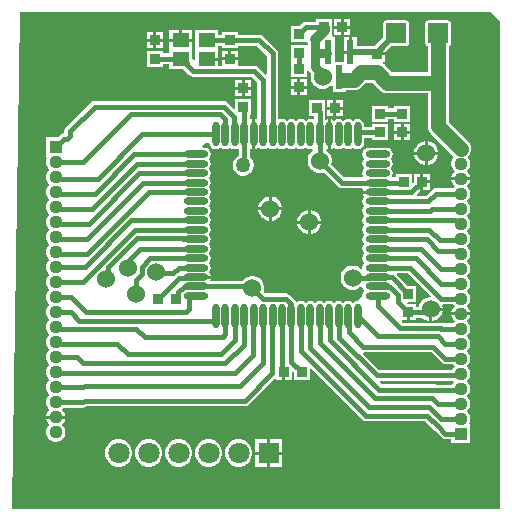
<source format=gtl>
G04*
G04 #@! TF.GenerationSoftware,Altium Limited,Altium Designer,24.2.2 (26)*
G04*
G04 Layer_Physical_Order=1*
G04 Layer_Color=255*
%FSLAX44Y44*%
%MOMM*%
G71*
G04*
G04 #@! TF.SameCoordinates,DD90BFA2-8126-46E7-AA9B-D1BD1CD96E7C*
G04*
G04*
G04 #@! TF.FilePolarity,Positive*
G04*
G01*
G75*
%ADD15R,0.8500X0.8500*%
%ADD16O,2.0500X0.6000*%
%ADD17O,0.6000X2.0500*%
%ADD18R,0.6000X2.1000*%
%ADD19R,1.4000X1.1500*%
%ADD20R,0.8500X0.8500*%
%ADD21C,0.7620*%
%ADD29C,1.1200*%
%ADD30R,1.1200X1.1200*%
%ADD35C,0.4064*%
%ADD36C,1.2700*%
%ADD37C,0.3810*%
%ADD38C,0.7620*%
%ADD39C,0.8890*%
%ADD40C,0.5080*%
%ADD41R,1.6510X1.6510*%
%ADD42C,1.8000*%
%ADD43R,1.8000X1.8000*%
%ADD44C,1.5240*%
%ADD45C,1.2700*%
G36*
X1149350Y1075690D02*
Y662940D01*
X737505D01*
X736614Y663845D01*
X742950Y1083310D01*
X1141730D01*
X1149350Y1075690D01*
D02*
G37*
%LPC*%
G36*
X1022920Y1077400D02*
X1017400D01*
Y1071880D01*
X1022920D01*
Y1077400D01*
D02*
G37*
G36*
X1014860D02*
X1009340D01*
Y1071880D01*
X1014860D01*
Y1077400D01*
D02*
G37*
G36*
X1022920Y1069340D02*
X1017400D01*
Y1063820D01*
X1022920D01*
Y1069340D01*
D02*
G37*
G36*
X1014860D02*
X1009340D01*
Y1063820D01*
X1014860D01*
Y1069340D01*
D02*
G37*
G36*
X888810Y1067850D02*
X880540D01*
Y1060830D01*
X888810D01*
Y1067850D01*
D02*
G37*
G36*
X878000D02*
X869730D01*
Y1060830D01*
X878000D01*
Y1067850D01*
D02*
G37*
G36*
X864040Y1066100D02*
X858520D01*
Y1060580D01*
X864040D01*
Y1066100D01*
D02*
G37*
G36*
X855980D02*
X850460D01*
Y1060580D01*
X855980D01*
Y1066100D01*
D02*
G37*
G36*
X864040Y1058040D02*
X858520D01*
Y1052520D01*
X864040D01*
Y1058040D01*
D02*
G37*
G36*
X855980D02*
X850460D01*
Y1052520D01*
X855980D01*
Y1058040D01*
D02*
G37*
G36*
X1021690Y1062400D02*
X1017420D01*
Y1050630D01*
X1021690D01*
Y1062400D01*
D02*
G37*
G36*
X910810Y1067850D02*
X891730D01*
Y1051270D01*
Y1043692D01*
X890598Y1043117D01*
X888810Y1044422D01*
Y1051270D01*
Y1058290D01*
X869730D01*
Y1051270D01*
Y1048342D01*
X864040D01*
Y1050600D01*
X850460D01*
Y1037020D01*
X864040D01*
Y1039278D01*
X869730D01*
Y1035270D01*
X880968D01*
X886296Y1029942D01*
X887808Y1028931D01*
X889592Y1028576D01*
X939681D01*
X943978Y1024280D01*
Y993311D01*
X942708Y992531D01*
X942280Y992616D01*
Y979970D01*
Y967324D01*
X943172Y967501D01*
X943956Y968026D01*
X945010Y968722D01*
X946064Y968026D01*
X946848Y967501D01*
X949010Y967072D01*
X951172Y967501D01*
X953004Y968726D01*
X953016D01*
X954848Y967501D01*
X957010Y967072D01*
X959172Y967501D01*
X961004Y968726D01*
X961016D01*
X962848Y967501D01*
X965010Y967072D01*
X967172Y967501D01*
X967956Y968026D01*
X969010Y968722D01*
X970064Y968026D01*
X970848Y967501D01*
X973010Y967072D01*
X975172Y967501D01*
X977004Y968726D01*
X977016D01*
X978848Y967501D01*
X981010Y967072D01*
X983172Y967501D01*
X985004Y968726D01*
X985016D01*
X986848Y967501D01*
X989010Y967072D01*
X990161Y967300D01*
X991448Y966275D01*
X991450Y966136D01*
X990712Y965710D01*
X988820Y963818D01*
X987482Y961502D01*
X986790Y958918D01*
Y956242D01*
X987482Y953658D01*
X988820Y951342D01*
X990712Y949450D01*
X993028Y948112D01*
X995612Y947420D01*
X998288D01*
X1000191Y947930D01*
X1012355Y935765D01*
X1012355Y935765D01*
X1013826Y934783D01*
X1015560Y934438D01*
X1015560Y934438D01*
X1033067D01*
X1033666Y933318D01*
X1033541Y933132D01*
X1033364Y932240D01*
X1046010D01*
Y929700D01*
X1033364D01*
X1033541Y928808D01*
X1034766Y926976D01*
Y926964D01*
X1033541Y925132D01*
X1033111Y922970D01*
X1033541Y920808D01*
X1034766Y918976D01*
Y918964D01*
X1033541Y917132D01*
X1033111Y914970D01*
X1033541Y912808D01*
X1034766Y910976D01*
Y910964D01*
X1033541Y909132D01*
X1033111Y906970D01*
X1033541Y904808D01*
X1034766Y902976D01*
Y902964D01*
X1033541Y901132D01*
X1033111Y898970D01*
X1033541Y896808D01*
X1034766Y894976D01*
Y894964D01*
X1033541Y893132D01*
X1033111Y890970D01*
X1033541Y888808D01*
X1034766Y886976D01*
Y886964D01*
X1033541Y885132D01*
X1033111Y882970D01*
X1033541Y880808D01*
X1034766Y878976D01*
Y878964D01*
X1033541Y877132D01*
X1033111Y874970D01*
X1033541Y872808D01*
X1034766Y870976D01*
Y870964D01*
X1033541Y869132D01*
X1033111Y866970D01*
X1033237Y866337D01*
X1032067Y865712D01*
X1031128Y866650D01*
X1028812Y867988D01*
X1026228Y868680D01*
X1023552D01*
X1020968Y867988D01*
X1018652Y866650D01*
X1016760Y864758D01*
X1015422Y862442D01*
X1014730Y859858D01*
Y857182D01*
X1015422Y854598D01*
X1016760Y852282D01*
X1018652Y850390D01*
X1020968Y849052D01*
X1023552Y848360D01*
X1026228D01*
X1028812Y849052D01*
X1031128Y850390D01*
X1031881Y851142D01*
X1032250Y851091D01*
X1033177Y850642D01*
X1033541Y848808D01*
X1034766Y846976D01*
Y846964D01*
X1033541Y845132D01*
X1033111Y842970D01*
X1029010Y838868D01*
X1026848Y838439D01*
X1025016Y837214D01*
X1025004D01*
X1023172Y838439D01*
X1021010Y838868D01*
X1018848Y838439D01*
X1017016Y837214D01*
X1017004D01*
X1015172Y838439D01*
X1013010Y838868D01*
X1010848Y838439D01*
X1009016Y837214D01*
X1009004D01*
X1007172Y838439D01*
X1005010Y838868D01*
X1002848Y838439D01*
X1001016Y837214D01*
X1001004D01*
X999172Y838439D01*
X997010Y838868D01*
X994848Y838439D01*
X993016Y837214D01*
X993004D01*
X991172Y838439D01*
X989010Y838868D01*
X986848Y838439D01*
X985016Y837214D01*
X985004D01*
X983172Y838439D01*
X981010Y838868D01*
X978848Y838439D01*
X977974Y837854D01*
X976642Y838038D01*
X976486Y838271D01*
X975660Y839509D01*
X975660Y839509D01*
X971299Y843870D01*
X969828Y844852D01*
X968094Y845197D01*
X950642D01*
X949450Y846389D01*
X949960Y848292D01*
Y850968D01*
X949268Y853552D01*
X947930Y855868D01*
X946038Y857760D01*
X943722Y859098D01*
X941138Y859790D01*
X938462D01*
X935878Y859098D01*
X933562Y857760D01*
X931670Y855868D01*
X931459Y855502D01*
X904953D01*
X904354Y856622D01*
X904479Y856808D01*
X904656Y857700D01*
X892010D01*
Y860240D01*
X904656D01*
X904479Y861132D01*
X903254Y862964D01*
Y862976D01*
X904479Y864808D01*
X904909Y866970D01*
X904479Y869132D01*
X903254Y870964D01*
Y870976D01*
X904479Y872808D01*
X904909Y874970D01*
X904479Y877132D01*
X903254Y878964D01*
Y878976D01*
X904479Y880808D01*
X904909Y882970D01*
X904479Y885132D01*
X903254Y886964D01*
Y886976D01*
X904479Y888808D01*
X904909Y890970D01*
X904479Y893132D01*
X903254Y894964D01*
Y894976D01*
X904479Y896808D01*
X904909Y898970D01*
X904479Y901132D01*
X903254Y902964D01*
Y902976D01*
X904479Y904808D01*
X904909Y906970D01*
X904479Y909132D01*
X903254Y910964D01*
Y910976D01*
X904479Y912808D01*
X904909Y914970D01*
X904479Y917132D01*
X903254Y918964D01*
Y918976D01*
X904479Y920808D01*
X904909Y922970D01*
X904479Y925132D01*
X903254Y926964D01*
Y926976D01*
X904479Y928808D01*
X904909Y930970D01*
X904479Y933132D01*
X903254Y934964D01*
Y934976D01*
X904479Y936808D01*
X904909Y938970D01*
X904479Y941132D01*
X903254Y942964D01*
Y942976D01*
X904479Y944808D01*
X904909Y946970D01*
X904479Y949132D01*
X903254Y950964D01*
Y950976D01*
X904479Y952808D01*
X904909Y954970D01*
X904479Y957132D01*
X903254Y958964D01*
Y958976D01*
X904479Y960808D01*
X904909Y962970D01*
X904479Y965132D01*
X903254Y966964D01*
X901422Y968189D01*
X899260Y968618D01*
X897888D01*
X897402Y969792D01*
X900430Y972820D01*
X903362D01*
Y972720D01*
X903791Y970558D01*
X905016Y968726D01*
X906848Y967501D01*
X909010Y967072D01*
X911172Y967501D01*
X913004Y968726D01*
X913016D01*
X914848Y967501D01*
X917010Y967072D01*
X919172Y967501D01*
X921004Y968726D01*
X921016D01*
X922848Y967501D01*
X925010Y967072D01*
X927172Y967501D01*
X927358Y967626D01*
X928478Y967027D01*
Y961898D01*
X926721Y960884D01*
X925066Y959229D01*
X923896Y957201D01*
X923290Y954940D01*
Y952600D01*
X923896Y950339D01*
X925066Y948311D01*
X926721Y946656D01*
X928749Y945486D01*
X931010Y944880D01*
X933350D01*
X935611Y945486D01*
X937639Y946656D01*
X939294Y948311D01*
X940464Y950339D01*
X941070Y952600D01*
Y954940D01*
X940464Y957201D01*
X939294Y959229D01*
X937639Y960884D01*
X937542Y960939D01*
Y967027D01*
X938662Y967626D01*
X938848Y967501D01*
X939740Y967324D01*
Y979970D01*
Y992616D01*
X938848Y992439D01*
X938662Y992314D01*
X937542Y992913D01*
Y996380D01*
X938970D01*
Y1009960D01*
X925390D01*
Y1001832D01*
X924217Y1001346D01*
X918966Y1006596D01*
X917454Y1007607D01*
X915670Y1007962D01*
X806360D01*
X804576Y1007607D01*
X803064Y1006596D01*
X782071Y985604D01*
X781061Y984091D01*
X780706Y982308D01*
Y980688D01*
X780447D01*
X778663Y980333D01*
X777150Y979323D01*
X774977Y977150D01*
X765290D01*
Y960870D01*
X765394D01*
X766029Y959770D01*
X765845Y959452D01*
X765290Y957382D01*
Y955238D01*
X765845Y953168D01*
X766916Y951312D01*
X768268Y949960D01*
X766916Y948608D01*
X765845Y946752D01*
X765290Y944682D01*
Y942538D01*
X765845Y940468D01*
X766916Y938612D01*
X768268Y937260D01*
X766916Y935908D01*
X765845Y934052D01*
X765290Y931982D01*
Y929838D01*
X765845Y927768D01*
X766916Y925912D01*
X768268Y924560D01*
X766916Y923208D01*
X765845Y921352D01*
X765290Y919282D01*
Y917138D01*
X765845Y915068D01*
X766916Y913212D01*
X768268Y911860D01*
X766916Y910508D01*
X765845Y908652D01*
X765290Y906582D01*
Y904438D01*
X765845Y902368D01*
X766916Y900512D01*
X768268Y899160D01*
X766916Y897808D01*
X765845Y895952D01*
X765290Y893882D01*
Y891738D01*
X765845Y889668D01*
X766916Y887812D01*
X768268Y886460D01*
X766916Y885108D01*
X765845Y883252D01*
X765290Y881182D01*
Y879038D01*
X765845Y876968D01*
X766916Y875112D01*
X768268Y873760D01*
X766916Y872408D01*
X765845Y870552D01*
X765290Y868482D01*
Y866338D01*
X765845Y864268D01*
X766916Y862412D01*
X768268Y861060D01*
X766916Y859708D01*
X765845Y857852D01*
X765290Y855782D01*
Y853638D01*
X765845Y851568D01*
X766916Y849712D01*
X768268Y848360D01*
X766916Y847008D01*
X765845Y845152D01*
X765290Y843082D01*
Y840938D01*
X765845Y838868D01*
X766916Y837012D01*
X768268Y835660D01*
X766916Y834308D01*
X765845Y832452D01*
X765290Y830382D01*
Y828238D01*
X765845Y826168D01*
X766916Y824312D01*
X768268Y822960D01*
X766916Y821608D01*
X765845Y819752D01*
X765290Y817682D01*
Y815538D01*
X765845Y813468D01*
X766916Y811612D01*
X768268Y810260D01*
X766916Y808908D01*
X765845Y807052D01*
X765290Y804982D01*
Y802838D01*
X765845Y800768D01*
X766916Y798912D01*
X768268Y797560D01*
X766916Y796208D01*
X765845Y794352D01*
X765290Y792282D01*
Y790138D01*
X765845Y788068D01*
X766916Y786212D01*
X768268Y784860D01*
X766916Y783508D01*
X765845Y781652D01*
X765290Y779582D01*
Y777438D01*
X765845Y775368D01*
X766916Y773512D01*
X768268Y772160D01*
X766916Y770808D01*
X765845Y768952D01*
X765290Y766882D01*
Y764738D01*
X765845Y762668D01*
X766916Y760812D01*
X768268Y759460D01*
X766916Y758108D01*
X765845Y756252D01*
X765290Y754182D01*
Y752038D01*
X765845Y749968D01*
X766916Y748112D01*
X768268Y746760D01*
X766916Y745408D01*
X765845Y743552D01*
X765343Y741680D01*
X773430D01*
X781517D01*
X781015Y743552D01*
X779944Y745408D01*
X778592Y746760D01*
X779944Y748112D01*
X780138Y748448D01*
X796609D01*
X798393Y748803D01*
X799763Y749718D01*
X933450D01*
X935234Y750073D01*
X936746Y751084D01*
X958377Y772714D01*
X959550Y772228D01*
Y771720D01*
X965070D01*
Y778510D01*
X967610D01*
Y771720D01*
X973130D01*
Y778759D01*
X974342Y779293D01*
X975050Y778725D01*
Y771720D01*
X988630D01*
Y781118D01*
X989803Y781604D01*
X1033024Y738384D01*
X1034536Y737373D01*
X1036320Y737018D01*
X1085864D01*
X1093643Y729240D01*
X1094725Y728516D01*
X1100098Y723144D01*
X1101610Y722133D01*
X1103394Y721778D01*
X1108190D01*
Y718300D01*
X1124470D01*
Y734580D01*
X1124367D01*
X1123732Y735680D01*
X1123915Y735998D01*
X1124470Y738068D01*
Y740212D01*
X1123915Y742282D01*
X1122844Y744138D01*
X1121492Y745490D01*
X1122844Y746842D01*
X1123915Y748698D01*
X1124470Y750768D01*
Y752912D01*
X1123915Y754982D01*
X1122844Y756838D01*
X1121492Y758190D01*
X1122844Y759542D01*
X1123915Y761398D01*
X1124470Y763468D01*
Y765612D01*
X1123915Y767682D01*
X1122844Y769538D01*
X1121492Y770890D01*
X1122844Y772242D01*
X1123915Y774098D01*
X1124470Y776168D01*
Y778312D01*
X1123915Y780382D01*
X1122844Y782238D01*
X1121492Y783590D01*
X1122844Y784942D01*
X1123915Y786798D01*
X1124470Y788868D01*
Y791012D01*
X1123915Y793082D01*
X1122844Y794938D01*
X1121492Y796290D01*
X1122844Y797642D01*
X1123915Y799498D01*
X1124470Y801568D01*
Y803712D01*
X1123915Y805782D01*
X1122844Y807638D01*
X1121492Y808990D01*
X1122844Y810342D01*
X1123915Y812198D01*
X1124470Y814268D01*
Y816412D01*
X1123915Y818482D01*
X1122844Y820338D01*
X1121492Y821690D01*
X1122844Y823042D01*
X1123915Y824898D01*
X1124417Y826770D01*
X1116330D01*
X1108243D01*
X1108745Y824898D01*
X1109816Y823042D01*
X1111168Y821690D01*
X1109816Y820338D01*
X1109622Y820002D01*
X1101057D01*
X1099780Y820256D01*
X1067207D01*
X1066342Y821120D01*
X1066869Y822390D01*
X1070610D01*
Y829180D01*
X1073150D01*
Y822390D01*
X1078670D01*
Y824518D01*
X1083893D01*
X1084692Y823720D01*
X1087008Y822382D01*
X1089592Y821690D01*
X1089660D01*
Y831850D01*
X1090930D01*
Y833120D01*
X1101090D01*
Y833188D01*
X1100656Y834808D01*
X1101630Y836078D01*
X1109622D01*
X1109816Y835742D01*
X1111168Y834390D01*
X1109816Y833038D01*
X1108745Y831182D01*
X1108243Y829310D01*
X1116330D01*
X1124417D01*
X1123915Y831182D01*
X1122844Y833038D01*
X1121492Y834390D01*
X1122844Y835742D01*
X1123915Y837598D01*
X1124470Y839668D01*
Y841812D01*
X1123915Y843882D01*
X1122844Y845738D01*
X1121492Y847090D01*
X1122844Y848442D01*
X1123915Y850298D01*
X1124470Y852368D01*
Y854512D01*
X1123915Y856582D01*
X1122844Y858438D01*
X1121492Y859790D01*
X1122844Y861142D01*
X1123915Y862998D01*
X1124470Y865068D01*
Y867212D01*
X1123915Y869282D01*
X1122844Y871138D01*
X1121492Y872490D01*
X1122844Y873842D01*
X1123915Y875698D01*
X1124470Y877768D01*
Y879912D01*
X1123915Y881982D01*
X1122844Y883838D01*
X1121492Y885190D01*
X1122844Y886542D01*
X1123915Y888398D01*
X1124470Y890468D01*
Y892612D01*
X1123915Y894682D01*
X1122844Y896538D01*
X1121492Y897890D01*
X1122844Y899242D01*
X1123915Y901098D01*
X1124470Y903168D01*
Y905312D01*
X1123915Y907382D01*
X1122844Y909238D01*
X1121492Y910590D01*
X1122844Y911942D01*
X1123915Y913798D01*
X1124470Y915868D01*
Y918012D01*
X1123915Y920082D01*
X1122844Y921938D01*
X1121492Y923290D01*
X1122844Y924642D01*
X1123915Y926498D01*
X1124470Y928568D01*
Y930712D01*
X1123915Y932782D01*
X1122844Y934638D01*
X1121492Y935990D01*
X1122844Y937342D01*
X1123915Y939198D01*
X1124417Y941070D01*
X1116330D01*
X1108243D01*
X1108745Y939198D01*
X1109816Y937342D01*
X1111168Y935990D01*
X1109816Y934638D01*
X1109622Y934302D01*
X1095726D01*
X1093942Y933947D01*
X1092430Y932936D01*
X1087125Y927632D01*
X1079477D01*
X1078951Y928902D01*
X1082170Y932121D01*
Y939800D01*
Y946590D01*
X1076650D01*
Y939585D01*
X1075941Y939017D01*
X1074730Y939551D01*
Y946590D01*
X1061150D01*
Y943502D01*
X1058953D01*
X1058354Y944622D01*
X1058479Y944808D01*
X1058908Y946970D01*
X1058479Y949132D01*
X1057254Y950964D01*
Y950976D01*
X1058479Y952808D01*
X1058908Y954970D01*
X1058479Y957132D01*
X1057254Y958964D01*
Y958976D01*
X1058479Y960808D01*
X1058908Y962970D01*
X1058479Y965132D01*
X1057254Y966964D01*
X1055422Y968189D01*
X1053260Y968618D01*
X1038760D01*
X1036598Y968189D01*
X1034766Y966964D01*
X1033541Y965132D01*
X1033111Y962970D01*
X1033541Y960808D01*
X1034766Y958976D01*
Y958964D01*
X1033541Y957132D01*
X1033111Y954970D01*
X1033541Y952808D01*
X1034766Y950976D01*
Y950964D01*
X1033541Y949132D01*
X1033111Y946970D01*
X1033541Y944808D01*
X1033666Y944622D01*
X1033067Y943502D01*
X1017437D01*
X1006600Y954339D01*
X1007110Y956242D01*
Y958918D01*
X1006418Y961502D01*
X1005080Y963818D01*
X1003188Y965710D01*
X1002507Y966103D01*
X1002511Y966316D01*
X1003740Y967268D01*
Y979970D01*
Y992616D01*
X1002848Y992439D01*
X1002662Y992314D01*
X1001542Y992913D01*
Y998290D01*
X1001197Y1000024D01*
X1001070Y1000215D01*
Y1008820D01*
X987490D01*
Y995240D01*
X992478D01*
Y992913D01*
X991358Y992314D01*
X991172Y992439D01*
X989010Y992868D01*
X986848Y992439D01*
X985016Y991214D01*
X985004D01*
X983172Y992439D01*
X981010Y992868D01*
X978848Y992439D01*
X977016Y991214D01*
X977004D01*
X975172Y992439D01*
X973010Y992868D01*
X970848Y992439D01*
X970064Y991914D01*
X969010Y991218D01*
X967956Y991914D01*
X967172Y992439D01*
X965010Y992868D01*
X962942Y992457D01*
X962652Y992475D01*
X961672Y992999D01*
Y1048320D01*
X961317Y1050104D01*
X960306Y1051616D01*
X949066Y1062856D01*
X947554Y1063867D01*
X945770Y1064222D01*
X927540D01*
Y1066100D01*
X913960D01*
Y1064222D01*
X910810D01*
Y1067850D01*
D02*
G37*
G36*
X985960Y1026470D02*
X980440D01*
Y1020950D01*
X985960D01*
Y1026470D01*
D02*
G37*
G36*
X977900D02*
X972380D01*
Y1020950D01*
X977900D01*
Y1026470D01*
D02*
G37*
G36*
X938970Y1025460D02*
X933450D01*
Y1019940D01*
X938970D01*
Y1025460D01*
D02*
G37*
G36*
X930910D02*
X925390D01*
Y1019940D01*
X930910D01*
Y1025460D01*
D02*
G37*
G36*
X985960Y1018410D02*
X980440D01*
Y1012890D01*
X985960D01*
Y1018410D01*
D02*
G37*
G36*
X977900D02*
X972380D01*
Y1012890D01*
X977900D01*
Y1018410D01*
D02*
G37*
G36*
X938970Y1017400D02*
X933450D01*
Y1011880D01*
X938970D01*
Y1017400D01*
D02*
G37*
G36*
X930910D02*
X925390D01*
Y1011880D01*
X930910D01*
Y1017400D01*
D02*
G37*
G36*
X1016570Y1008820D02*
X1011050D01*
Y1003300D01*
X1016570D01*
Y1008820D01*
D02*
G37*
G36*
X1008510D02*
X1002990D01*
Y1003300D01*
X1008510D01*
Y1008820D01*
D02*
G37*
G36*
X1016570Y1000760D02*
X1011050D01*
Y995240D01*
X1016570D01*
Y1000760D01*
D02*
G37*
G36*
X1008510D02*
X1002990D01*
Y995240D01*
X1008510D01*
Y1000760D01*
D02*
G37*
G36*
X1029010Y992868D02*
X1026848Y992439D01*
X1025016Y991214D01*
X1025004D01*
X1023172Y992439D01*
X1021010Y992868D01*
X1018848Y992439D01*
X1018064Y991914D01*
X1017010Y991218D01*
X1015956Y991914D01*
X1015172Y992439D01*
X1013010Y992868D01*
X1010848Y992439D01*
X1009016Y991214D01*
X1009004D01*
X1007172Y992439D01*
X1006280Y992616D01*
Y979970D01*
Y967324D01*
X1007172Y967501D01*
X1009004Y968726D01*
X1009016D01*
X1010848Y967501D01*
X1013010Y967072D01*
X1015172Y967501D01*
X1015956Y968026D01*
X1017010Y968722D01*
X1018064Y968026D01*
X1018848Y967501D01*
X1021010Y967072D01*
X1023172Y967501D01*
X1025004Y968726D01*
X1025016D01*
X1026848Y967501D01*
X1029010Y967072D01*
X1031172Y967501D01*
X1033004Y968726D01*
X1034229Y970558D01*
X1034659Y972720D01*
Y976918D01*
X1040960D01*
Y974790D01*
X1054540D01*
Y988370D01*
X1040960D01*
Y986242D01*
X1034659D01*
Y987220D01*
X1034229Y989382D01*
X1033004Y991214D01*
X1031172Y992439D01*
X1029010Y992868D01*
D02*
G37*
G36*
X1054540Y1003870D02*
X1040960D01*
Y990290D01*
X1054540D01*
Y992418D01*
X1060010D01*
Y990160D01*
X1073590D01*
Y1003740D01*
X1060010D01*
Y1001742D01*
X1054540D01*
Y1003870D01*
D02*
G37*
G36*
X1073590Y988240D02*
X1068070D01*
Y982720D01*
X1073590D01*
Y988240D01*
D02*
G37*
G36*
X1065530D02*
X1060010D01*
Y982720D01*
X1065530D01*
Y988240D01*
D02*
G37*
G36*
X1073590Y980180D02*
X1068070D01*
Y974660D01*
X1073590D01*
Y980180D01*
D02*
G37*
G36*
X1065530D02*
X1060010D01*
Y974660D01*
X1065530D01*
Y980180D01*
D02*
G37*
G36*
X1088458Y974090D02*
X1088390D01*
Y965200D01*
X1097280D01*
Y965268D01*
X1096588Y967852D01*
X1095250Y970168D01*
X1093358Y972060D01*
X1091042Y973398D01*
X1088458Y974090D01*
D02*
G37*
G36*
X1085850D02*
X1085782D01*
X1083198Y973398D01*
X1080882Y972060D01*
X1078990Y970168D01*
X1077652Y967852D01*
X1076960Y965268D01*
Y965200D01*
X1085850D01*
Y974090D01*
D02*
G37*
G36*
X1097280Y962660D02*
X1088390D01*
Y953770D01*
X1088458D01*
X1091042Y954462D01*
X1093358Y955800D01*
X1095250Y957692D01*
X1096588Y960008D01*
X1097280Y962592D01*
Y962660D01*
D02*
G37*
G36*
X1085850D02*
X1076960D01*
Y962592D01*
X1077652Y960008D01*
X1078990Y957692D01*
X1080882Y955800D01*
X1083198Y954462D01*
X1085782Y953770D01*
X1085850D01*
Y962660D01*
D02*
G37*
G36*
X1000630Y1077655D02*
X998807Y1077415D01*
X998770Y1077400D01*
X993840D01*
Y1075142D01*
X985390D01*
X983656Y1074797D01*
X982185Y1073815D01*
X982185Y1073815D01*
X979551Y1071180D01*
X972380D01*
Y1057600D01*
X985960D01*
X986653Y1056640D01*
X985960Y1055680D01*
X985396Y1055680D01*
X972380D01*
Y1042100D01*
X972380D01*
Y1041970D01*
X972380D01*
Y1028390D01*
X985960D01*
Y1033579D01*
X986166Y1033722D01*
X987892Y1033399D01*
X988562Y1032396D01*
X989666Y1031292D01*
X989330Y1030038D01*
Y1027362D01*
X990022Y1024778D01*
X991360Y1022462D01*
X993252Y1020570D01*
X995568Y1019232D01*
X998152Y1018540D01*
X1000828D01*
X1003412Y1019232D01*
X1005728Y1020570D01*
X1006650Y1021492D01*
X1007920Y1020965D01*
Y1015320D01*
X1019000D01*
Y1017193D01*
X1025832D01*
X1028153Y1017499D01*
X1030316Y1018395D01*
X1032173Y1019820D01*
X1035767Y1023413D01*
X1041496D01*
X1047630Y1017280D01*
X1049487Y1015855D01*
X1051649Y1014959D01*
X1053970Y1014653D01*
X1088313D01*
Y986790D01*
X1088619Y984469D01*
X1089515Y982307D01*
X1090940Y980450D01*
X1109990Y961400D01*
X1110063Y960284D01*
X1109816Y960038D01*
X1108745Y958182D01*
X1108190Y956112D01*
Y953968D01*
X1108745Y951898D01*
X1109816Y950042D01*
X1111168Y948690D01*
X1109816Y947338D01*
X1108745Y945482D01*
X1108243Y943610D01*
X1116330D01*
X1124417D01*
X1123915Y945482D01*
X1122844Y947338D01*
X1121492Y948690D01*
X1122844Y950042D01*
X1123915Y951898D01*
X1124470Y953968D01*
Y956112D01*
X1123915Y958182D01*
X1122844Y960038D01*
X1122597Y960284D01*
X1122670Y961400D01*
X1124095Y963257D01*
X1124991Y965419D01*
X1125297Y967740D01*
X1124991Y970061D01*
X1124095Y972223D01*
X1122670Y974080D01*
X1106247Y990504D01*
Y1023620D01*
Y1054827D01*
X1106526Y1054882D01*
X1107366Y1055444D01*
X1107928Y1056284D01*
X1108125Y1057275D01*
Y1073785D01*
X1107928Y1074776D01*
X1107366Y1075616D01*
X1106526Y1076178D01*
X1105535Y1076375D01*
X1089025D01*
X1088034Y1076178D01*
X1087194Y1075616D01*
X1086632Y1074776D01*
X1086435Y1073785D01*
Y1057275D01*
X1086632Y1056284D01*
X1087194Y1055444D01*
X1088034Y1054882D01*
X1088313Y1054827D01*
Y1032587D01*
X1057684D01*
X1052000Y1038271D01*
Y1039170D01*
X1051108D01*
X1050489Y1039845D01*
X1050949Y1041090D01*
X1052000D01*
Y1046610D01*
X1045210D01*
Y1049150D01*
X1052665D01*
X1058200Y1054685D01*
X1069975D01*
X1070966Y1054882D01*
X1071806Y1055444D01*
X1072368Y1056284D01*
X1072565Y1057275D01*
Y1073785D01*
X1072368Y1074776D01*
X1071806Y1075616D01*
X1070966Y1076178D01*
X1069975Y1076375D01*
X1053465D01*
X1052474Y1076178D01*
X1051634Y1075616D01*
X1051072Y1074776D01*
X1050875Y1073785D01*
Y1062010D01*
X1043535Y1054670D01*
X1038420D01*
Y1054539D01*
X1028500D01*
Y1062400D01*
X1024230D01*
Y1049360D01*
X1022960D01*
Y1048090D01*
X1017420D01*
Y1041400D01*
X1009500D01*
Y1047273D01*
X1009786Y1048712D01*
X1009500Y1050151D01*
Y1062400D01*
X1008081D01*
X1007336Y1063670D01*
X1007420Y1063820D01*
X1007420D01*
Y1066080D01*
X1007435Y1066117D01*
X1007675Y1067940D01*
Y1070610D01*
X1007435Y1072433D01*
X1007420Y1072470D01*
Y1077400D01*
X1002490D01*
X1002453Y1077415D01*
X1000630Y1077655D01*
D02*
G37*
G36*
X1090230Y946590D02*
X1084710D01*
Y941070D01*
X1090230D01*
Y946590D01*
D02*
G37*
G36*
Y938530D02*
X1084710D01*
Y933010D01*
X1090230D01*
Y938530D01*
D02*
G37*
G36*
X956378Y927100D02*
X956310D01*
Y918210D01*
X965200D01*
Y918278D01*
X964508Y920862D01*
X963170Y923178D01*
X961278Y925070D01*
X958962Y926408D01*
X956378Y927100D01*
D02*
G37*
G36*
X953770D02*
X953702D01*
X951118Y926408D01*
X948802Y925070D01*
X946910Y923178D01*
X945572Y920862D01*
X944880Y918278D01*
Y918210D01*
X953770D01*
Y927100D01*
D02*
G37*
G36*
X989398Y915670D02*
X989330D01*
Y906780D01*
X998220D01*
Y906848D01*
X997528Y909432D01*
X996190Y911748D01*
X994298Y913640D01*
X991982Y914978D01*
X989398Y915670D01*
D02*
G37*
G36*
X986790D02*
X986722D01*
X984138Y914978D01*
X981822Y913640D01*
X979930Y911748D01*
X978592Y909432D01*
X977900Y906848D01*
Y906780D01*
X986790D01*
Y915670D01*
D02*
G37*
G36*
X965200D02*
X956310D01*
Y906780D01*
X956378D01*
X958962Y907472D01*
X961278Y908810D01*
X963170Y910702D01*
X964508Y913018D01*
X965200Y915602D01*
Y915670D01*
D02*
G37*
G36*
X953770D02*
X944880D01*
Y915602D01*
X945572Y913018D01*
X946910Y910702D01*
X948802Y908810D01*
X951118Y907472D01*
X953702Y906780D01*
X953770D01*
Y915670D01*
D02*
G37*
G36*
X998220Y904240D02*
X989330D01*
Y895350D01*
X989398D01*
X991982Y896042D01*
X994298Y897380D01*
X996190Y899272D01*
X997528Y901588D01*
X998220Y904172D01*
Y904240D01*
D02*
G37*
G36*
X986790D02*
X977900D01*
Y904172D01*
X978592Y901588D01*
X979930Y899272D01*
X981822Y897380D01*
X984138Y896042D01*
X986722Y895350D01*
X986790D01*
Y904240D01*
D02*
G37*
G36*
X1101090Y830580D02*
X1092200D01*
Y821690D01*
X1092268D01*
X1094852Y822382D01*
X1097168Y823720D01*
X1099060Y825612D01*
X1100398Y827928D01*
X1101090Y830512D01*
Y830580D01*
D02*
G37*
G36*
X781517Y739140D02*
X773430D01*
X765343D01*
X765845Y737268D01*
X766916Y735412D01*
X768268Y734060D01*
X766916Y732708D01*
X765845Y730852D01*
X765290Y728782D01*
Y726638D01*
X765845Y724568D01*
X766916Y722712D01*
X768432Y721196D01*
X770288Y720125D01*
X772358Y719570D01*
X774502D01*
X776572Y720125D01*
X778428Y721196D01*
X779944Y722712D01*
X781015Y724568D01*
X781570Y726638D01*
Y728782D01*
X781015Y730852D01*
X779944Y732708D01*
X778592Y734060D01*
X779944Y735412D01*
X781015Y737268D01*
X781517Y739140D01*
D02*
G37*
G36*
X965310Y721470D02*
X955040D01*
Y711200D01*
X965310D01*
Y721470D01*
D02*
G37*
G36*
X952500D02*
X942230D01*
Y711200D01*
X952500D01*
Y721470D01*
D02*
G37*
G36*
X965310Y708660D02*
X955040D01*
Y698390D01*
X965310D01*
Y708660D01*
D02*
G37*
G36*
X952500D02*
X942230D01*
Y698390D01*
X952500D01*
Y708660D01*
D02*
G37*
G36*
X929889Y721470D02*
X926851D01*
X923916Y720684D01*
X921284Y719164D01*
X919136Y717016D01*
X917617Y714384D01*
X916830Y711449D01*
Y708411D01*
X917617Y705476D01*
X919136Y702844D01*
X921284Y700696D01*
X923916Y699176D01*
X926851Y698390D01*
X929889D01*
X932824Y699176D01*
X935456Y700696D01*
X937604Y702844D01*
X939124Y705476D01*
X939910Y708411D01*
Y711449D01*
X939124Y714384D01*
X937604Y717016D01*
X935456Y719164D01*
X932824Y720684D01*
X929889Y721470D01*
D02*
G37*
G36*
X904489D02*
X901451D01*
X898516Y720684D01*
X895884Y719164D01*
X893736Y717016D01*
X892216Y714384D01*
X891430Y711449D01*
Y708411D01*
X892216Y705476D01*
X893736Y702844D01*
X895884Y700696D01*
X898516Y699176D01*
X901451Y698390D01*
X904489D01*
X907424Y699176D01*
X910056Y700696D01*
X912204Y702844D01*
X913724Y705476D01*
X914510Y708411D01*
Y711449D01*
X913724Y714384D01*
X912204Y717016D01*
X910056Y719164D01*
X907424Y720684D01*
X904489Y721470D01*
D02*
G37*
G36*
X879089D02*
X876051D01*
X873116Y720684D01*
X870484Y719164D01*
X868336Y717016D01*
X866816Y714384D01*
X866030Y711449D01*
Y708411D01*
X866816Y705476D01*
X868336Y702844D01*
X870484Y700696D01*
X873116Y699176D01*
X876051Y698390D01*
X879089D01*
X882024Y699176D01*
X884656Y700696D01*
X886804Y702844D01*
X888324Y705476D01*
X889110Y708411D01*
Y711449D01*
X888324Y714384D01*
X886804Y717016D01*
X884656Y719164D01*
X882024Y720684D01*
X879089Y721470D01*
D02*
G37*
G36*
X853689D02*
X850651D01*
X847716Y720684D01*
X845084Y719164D01*
X842936Y717016D01*
X841416Y714384D01*
X840630Y711449D01*
Y708411D01*
X841416Y705476D01*
X842936Y702844D01*
X845084Y700696D01*
X847716Y699176D01*
X850651Y698390D01*
X853689D01*
X856624Y699176D01*
X859256Y700696D01*
X861404Y702844D01*
X862924Y705476D01*
X863710Y708411D01*
Y711449D01*
X862924Y714384D01*
X861404Y717016D01*
X859256Y719164D01*
X856624Y720684D01*
X853689Y721470D01*
D02*
G37*
G36*
X828289D02*
X825251D01*
X822316Y720684D01*
X819684Y719164D01*
X817536Y717016D01*
X816016Y714384D01*
X815230Y711449D01*
Y708411D01*
X816016Y705476D01*
X817536Y702844D01*
X819684Y700696D01*
X822316Y699176D01*
X825251Y698390D01*
X828289D01*
X831224Y699176D01*
X833856Y700696D01*
X836004Y702844D01*
X837523Y705476D01*
X838310Y708411D01*
Y711449D01*
X837523Y714384D01*
X836004Y717016D01*
X833856Y719164D01*
X831224Y720684D01*
X828289Y721470D01*
D02*
G37*
%LPD*%
G36*
X952348Y1046389D02*
Y1030890D01*
X951078Y1030364D01*
X944908Y1036534D01*
X943396Y1037545D01*
X941612Y1037899D01*
X927540D01*
Y1042540D01*
X920750D01*
X913960D01*
Y1037899D01*
X910810D01*
Y1042290D01*
X901270D01*
Y1044830D01*
X910810D01*
Y1051270D01*
Y1054898D01*
X913960D01*
Y1052520D01*
X927540D01*
Y1054898D01*
X943839D01*
X952348Y1046389D01*
D02*
G37*
G36*
X1090784Y843183D02*
X1090298Y842010D01*
X1089592D01*
X1087008Y841318D01*
X1084692Y839980D01*
X1082800Y838088D01*
X1081462Y835772D01*
X1080945Y833842D01*
X1078670D01*
Y835970D01*
X1071849D01*
X1071281Y836678D01*
X1071814Y837890D01*
X1078670D01*
Y851470D01*
X1071682D01*
X1062114Y861038D01*
X1062640Y862308D01*
X1071659D01*
X1090784Y843183D01*
D02*
G37*
G36*
X1100098Y786644D02*
X1101610Y785633D01*
X1103394Y785278D01*
X1109622D01*
X1109816Y784942D01*
X1111168Y783590D01*
X1109816Y782238D01*
X1108889Y780632D01*
X1047141D01*
X1033572Y794201D01*
X1033633Y794563D01*
X1034130Y795438D01*
X1091303D01*
X1100098Y786644D01*
D02*
G37*
G36*
X1110317Y770038D02*
X1109816Y769538D01*
X1108889Y767932D01*
X1096094D01*
X1094817Y768186D01*
X1049427D01*
X1047477Y770135D01*
X1047963Y771308D01*
X1109791D01*
X1110317Y770038D01*
D02*
G37*
%LPC*%
G36*
X927540Y1050600D02*
X922020D01*
Y1045080D01*
X927540D01*
Y1050600D01*
D02*
G37*
G36*
X919480D02*
X913960D01*
Y1045080D01*
X919480D01*
Y1050600D01*
D02*
G37*
%LPD*%
D15*
X857250Y1043810D02*
D03*
Y1059310D02*
D03*
X1045210Y1047880D02*
D03*
Y1032380D02*
D03*
X1071880Y829180D02*
D03*
Y844680D02*
D03*
X979170Y1035180D02*
D03*
Y1019680D02*
D03*
X920750Y1043810D02*
D03*
Y1059310D02*
D03*
X979170Y1064390D02*
D03*
Y1048890D02*
D03*
X932180Y1018670D02*
D03*
Y1003170D02*
D03*
X1047750Y997080D02*
D03*
Y981580D02*
D03*
X1066800Y981450D02*
D03*
Y996950D02*
D03*
D16*
X892010Y962970D02*
D03*
Y954970D02*
D03*
Y946970D02*
D03*
Y938970D02*
D03*
Y930970D02*
D03*
Y922970D02*
D03*
Y914970D02*
D03*
Y906970D02*
D03*
Y898970D02*
D03*
Y890970D02*
D03*
Y882970D02*
D03*
Y874970D02*
D03*
Y866970D02*
D03*
Y858970D02*
D03*
Y850970D02*
D03*
Y842970D02*
D03*
X1046010D02*
D03*
Y850970D02*
D03*
Y858970D02*
D03*
Y866970D02*
D03*
Y874970D02*
D03*
Y882970D02*
D03*
Y890970D02*
D03*
Y898970D02*
D03*
Y906970D02*
D03*
Y914970D02*
D03*
Y922970D02*
D03*
Y930970D02*
D03*
Y938970D02*
D03*
Y946970D02*
D03*
Y954970D02*
D03*
Y962970D02*
D03*
D17*
X909010Y825970D02*
D03*
X917010D02*
D03*
X925010D02*
D03*
X933010D02*
D03*
X941010D02*
D03*
X949010D02*
D03*
X957010D02*
D03*
X965010D02*
D03*
X973010D02*
D03*
X981010D02*
D03*
X989010D02*
D03*
X997010D02*
D03*
X1005010D02*
D03*
X1013010D02*
D03*
X1021010D02*
D03*
X1029010D02*
D03*
Y979970D02*
D03*
X1021010D02*
D03*
X1013010D02*
D03*
X1005010D02*
D03*
X997010D02*
D03*
X989010D02*
D03*
X981010D02*
D03*
X973010D02*
D03*
X965010D02*
D03*
X957010D02*
D03*
X949010D02*
D03*
X941010D02*
D03*
X933010D02*
D03*
X925010D02*
D03*
X917010D02*
D03*
X909010D02*
D03*
D18*
X1022960Y1049360D02*
D03*
X1003960D02*
D03*
X1013460Y1028360D02*
D03*
D19*
X879270Y1043560D02*
D03*
X901270D02*
D03*
Y1059560D02*
D03*
X879270D02*
D03*
D20*
X1016130Y1070610D02*
D03*
X1000630D02*
D03*
X859660Y840740D02*
D03*
X875160D02*
D03*
X1083440Y939800D02*
D03*
X1067940D02*
D03*
X966340Y778510D02*
D03*
X981840D02*
D03*
X1009780Y1002030D02*
D03*
X994280D02*
D03*
D21*
X1097280Y1065530D02*
D03*
X1061720D02*
D03*
D29*
X773430Y727710D02*
D03*
Y740410D02*
D03*
Y753110D02*
D03*
Y765810D02*
D03*
Y778510D02*
D03*
Y791210D02*
D03*
Y803910D02*
D03*
Y816610D02*
D03*
Y829310D02*
D03*
Y842010D02*
D03*
Y854710D02*
D03*
Y867410D02*
D03*
Y880110D02*
D03*
Y892810D02*
D03*
Y905510D02*
D03*
Y918210D02*
D03*
Y930910D02*
D03*
Y943610D02*
D03*
Y956310D02*
D03*
X1116330Y739140D02*
D03*
Y751840D02*
D03*
Y764540D02*
D03*
Y777240D02*
D03*
Y789940D02*
D03*
Y802640D02*
D03*
Y815340D02*
D03*
Y828040D02*
D03*
Y840740D02*
D03*
Y853440D02*
D03*
Y866140D02*
D03*
Y878840D02*
D03*
Y891540D02*
D03*
Y904240D02*
D03*
Y916940D02*
D03*
Y929640D02*
D03*
Y942340D02*
D03*
Y955040D02*
D03*
Y967740D02*
D03*
D30*
X773430Y969010D02*
D03*
X1116330Y726440D02*
D03*
D35*
X924591Y989008D02*
Y994379D01*
Y989008D02*
X924640Y988959D01*
Y980340D02*
Y988959D01*
Y980340D02*
X925010Y979970D01*
X915670Y1003300D02*
X924591Y994379D01*
X806360Y1003300D02*
X915670D01*
X785367Y982308D02*
X806360Y1003300D01*
X785367Y978407D02*
Y982308D01*
X782987Y976027D02*
X785367Y978407D01*
X780447Y976027D02*
X782987D01*
X773430Y969010D02*
X780447Y976027D01*
X916591Y989008D02*
Y993040D01*
Y989008D02*
X916640Y988959D01*
Y980340D02*
X917010Y979970D01*
X916640Y980340D02*
Y988959D01*
X912934Y996696D02*
X916591Y993040D01*
X837262Y996696D02*
X912934D01*
X796876Y956310D02*
X837262Y996696D01*
X773430Y956310D02*
X796876D01*
X846620Y979970D02*
X909010D01*
X808990Y942340D02*
X846620Y979970D01*
X774700Y942340D02*
X808990D01*
X773430Y943610D02*
X774700Y942340D01*
X839780Y962970D02*
X892010D01*
X806450Y929640D02*
X839780Y962970D01*
X774700Y929640D02*
X806450D01*
X773430Y930910D02*
X774700Y929640D01*
X891940Y955040D02*
X892010Y954970D01*
X842010Y955040D02*
X891940D01*
X803910Y916940D02*
X842010Y955040D01*
X774700Y916940D02*
X803910D01*
X773430Y918210D02*
X774700Y916940D01*
X844100Y946970D02*
X892010D01*
X801370Y904240D02*
X844100Y946970D01*
X774700Y904240D02*
X801370D01*
X773430Y905510D02*
X774700Y904240D01*
X847530Y938970D02*
X892010D01*
X800100Y891540D02*
X847530Y938970D01*
X774700Y891540D02*
X800100D01*
X773430Y892810D02*
X774700Y891540D01*
X852230Y930970D02*
X892010D01*
X800100Y878840D02*
X852230Y930970D01*
X774700Y878840D02*
X800100D01*
X773430Y880110D02*
X774700Y878840D01*
X837569Y906970D02*
X892010D01*
X798009Y867410D02*
X837569Y906970D01*
X773430Y867410D02*
X798009D01*
X840709Y898970D02*
X892010D01*
X796449Y854710D02*
X840709Y898970D01*
X773430Y854710D02*
X796449D01*
X886017Y831691D02*
Y842076D01*
X886911Y842970D01*
X892010D01*
X798830Y829310D02*
X883636D01*
X886017Y831691D01*
X786130Y842010D02*
X798830Y829310D01*
X773430Y842010D02*
X786130D01*
X793496Y821944D02*
X908116D01*
X909010Y822838D01*
Y825970D01*
X786130Y829310D02*
X793496Y821944D01*
X773430Y829310D02*
X786130D01*
X917010Y810330D02*
Y825970D01*
X848725Y808098D02*
X914778D01*
X917010Y810330D01*
X841483Y815340D02*
X848725Y808098D01*
X774700Y815340D02*
X841483D01*
X773430Y816610D02*
X774700Y815340D01*
X925010Y805630D02*
Y825970D01*
X913130Y793750D02*
X925010Y805630D01*
X834424Y793750D02*
X913130D01*
X825534Y802640D02*
X834424Y793750D01*
X774700Y802640D02*
X825534D01*
X773430Y803910D02*
X774700Y802640D01*
X932591Y801781D02*
Y825551D01*
X933010Y825970D01*
X916940Y786130D02*
X932591Y801781D01*
X796774Y786130D02*
X916940D01*
X791694Y791210D02*
X796774Y786130D01*
X773430Y791210D02*
X791694D01*
X940591Y825551D02*
X941010Y825970D01*
X940591Y793271D02*
Y825551D01*
X925195Y777875D02*
X940591Y793271D01*
X774065Y777875D02*
X925195D01*
X773430Y778510D02*
X774065Y777875D01*
X949010Y786450D02*
Y825970D01*
X929640Y767080D02*
X949010Y786450D01*
X797863Y767080D02*
X929640D01*
X773430Y765810D02*
X796593D01*
X797863Y767080D01*
X956591Y777521D02*
Y825551D01*
X957010Y825970D01*
X933450Y754380D02*
X956591Y777521D01*
X797879Y754380D02*
X933450D01*
X773430Y753110D02*
X796609D01*
X797879Y754380D01*
X1095726Y929640D02*
X1116330D01*
X1089056Y922970D02*
X1095726Y929640D01*
X1046010Y922970D02*
X1089056D01*
X1066670Y997080D02*
X1066800Y996950D01*
X1047750Y997080D02*
X1066670D01*
X1029010Y980686D02*
X1029904Y981580D01*
X1047750D01*
X1029010Y979970D02*
Y980686D01*
X948640Y980340D02*
Y1026210D01*
X941612Y1033238D02*
X948640Y1026210D01*
X889592Y1033238D02*
X941612D01*
X945770Y1059560D02*
X957010Y1048320D01*
X901270Y1059560D02*
X920750D01*
X957010Y979970D02*
Y1048320D01*
X920750Y1059560D02*
X945770D01*
X1046010Y914970D02*
X1090396D01*
X1092365Y916940D01*
X1093234Y800100D02*
X1103394Y789940D01*
X1115060Y890270D02*
X1116330Y891540D01*
X1098550Y890270D02*
X1115060D01*
X1103394Y802640D02*
X1116330D01*
X997565Y803295D02*
Y816616D01*
X1099675Y853440D02*
X1116330D01*
X1100034Y815340D02*
X1116330D01*
X981387Y796613D02*
X1036320Y741680D01*
X1111790Y881380D02*
X1114330Y878840D01*
X981387Y796613D02*
Y825593D01*
X1013429Y807751D02*
X1045210Y775970D01*
X1099497Y866140D02*
X1116330D01*
X1046010Y874970D02*
X1078145D01*
X997565Y803295D02*
X1043940Y756920D01*
X1078145Y874970D02*
X1099675Y853440D01*
X1111600Y906970D02*
X1114330Y904240D01*
X1065276Y815594D02*
X1099780D01*
X1097044Y808990D02*
X1103394Y802640D01*
X1005429Y805591D02*
X1047496Y763524D01*
X1062990Y838070D02*
X1071880Y829180D01*
X989010Y799150D02*
X1038860Y749300D01*
X1057777Y858783D02*
X1071880Y844680D01*
X1046010Y834860D02*
Y842970D01*
X1013429Y807751D02*
Y825551D01*
X1114330Y904240D02*
X1116330D01*
X1046010Y834860D02*
X1065276Y815594D01*
X1046010Y906970D02*
X1111600D01*
X1005429Y805591D02*
Y825551D01*
X989010Y799150D02*
Y825970D01*
X1097280Y881380D02*
X1111790D01*
X1046010Y866970D02*
X1073590D01*
X1099780Y815594D02*
X1100034Y815340D01*
X1114330Y878840D02*
X1116330D01*
X1073590Y866970D02*
X1099820Y840740D01*
X1092365Y916940D02*
X1116330D01*
X1021429Y812451D02*
X1033780Y800100D01*
X1046010Y898970D02*
X1089850D01*
X1045990Y808990D02*
X1097044D01*
X997429Y816752D02*
X997565Y816616D01*
X997429Y816752D02*
Y825551D01*
X997010Y825970D02*
X997429Y825551D01*
X1005010Y825970D02*
X1005429Y825551D01*
X1033780Y800100D02*
X1093234D01*
X1021429Y812451D02*
Y825551D01*
X1021010Y825970D02*
X1021429Y825551D01*
X1089850Y898970D02*
X1098550Y890270D01*
X1087690Y890970D02*
X1097280Y881380D01*
X1082667Y882970D02*
X1099497Y866140D01*
X1062990Y838070D02*
Y843948D01*
X1056396Y850542D02*
X1062990Y843948D01*
X1055057Y850542D02*
X1056396D01*
X1054999Y850600D02*
X1055057Y850542D01*
X1046380Y850600D02*
X1054999D01*
X1046010Y850970D02*
X1046380Y850600D01*
X948640Y980340D02*
X949010Y979970D01*
X1046197Y858783D02*
X1057777D01*
X981010Y825970D02*
X981387Y825593D01*
X1013010Y825970D02*
X1013429Y825551D01*
X1029010Y825970D02*
X1045990Y808990D01*
X965010Y979970D02*
X965380Y980340D01*
X1046010Y890970D02*
X1087690D01*
X1046010Y882970D02*
X1082667D01*
X1103394Y789940D02*
X1116330D01*
X1097161Y751840D02*
X1116330D01*
X1092081Y756920D02*
X1097161Y751840D01*
X1043940Y756920D02*
X1092081D01*
X1115060Y763270D02*
X1116330Y764540D01*
X1095071Y763270D02*
X1115060D01*
X1094817Y763524D02*
X1095071Y763270D01*
X1047496Y763524D02*
X1094817D01*
X1103394Y726440D02*
X1116330D01*
X1097298Y732536D02*
X1103394Y726440D01*
X1096939Y732536D02*
X1097298D01*
X1087795Y741680D02*
X1096939Y732536D01*
X1036320Y741680D02*
X1087795D01*
X1115060Y775970D02*
X1116330Y777240D01*
X1045210Y775970D02*
X1115060D01*
X884238Y1038592D02*
X889592Y1033238D01*
X884238Y1038592D02*
Y1039842D01*
X880520Y1043560D02*
X884238Y1039842D01*
X879270Y1043560D02*
X880520D01*
X1038860Y749300D02*
X1089514D01*
X1099675Y739140D01*
X1116330D01*
X1099820Y840740D02*
X1116330D01*
X1071880Y829180D02*
X1085167D01*
X1087837Y831850D01*
X1090930D01*
D36*
X1097280Y986790D02*
X1116330Y967740D01*
X1097280Y986790D02*
Y1023620D01*
X1025832Y1026160D02*
X1032052Y1032380D01*
X1045210D01*
X1017270Y1026160D02*
X1025832D01*
X1097280Y1023620D02*
Y1065530D01*
X1053970Y1023620D02*
X1097280D01*
X1045210Y1032380D02*
X1053970Y1023620D01*
D37*
X1024890Y858520D02*
X1036761D01*
X1045591Y858551D02*
X1046010Y858970D01*
X1036792Y858551D02*
X1045591D01*
X1036761Y858520D02*
X1036792Y858551D01*
X939800Y849630D02*
X948765Y840665D01*
X874900Y855980D02*
X875452D01*
X878023Y858551D01*
X891591D01*
X859660Y840740D02*
X874900Y855980D01*
X891591Y858551D02*
X892010Y858970D01*
X859095Y862330D02*
X872822D01*
X858520Y862905D02*
X859095Y862330D01*
X872822D02*
X877462Y866970D01*
X841375Y844550D02*
Y856351D01*
X846311Y861287D01*
Y867901D01*
X818014Y867114D02*
X842655Y891756D01*
X818014Y859032D02*
Y867114D01*
X816435Y857454D02*
X818014Y859032D01*
X853380Y874970D02*
X892010D01*
X846311Y867901D02*
X853380Y874970D01*
X834246Y866284D02*
X836433Y868471D01*
Y874533D02*
X844870Y882970D01*
X892010D01*
X836433Y868471D02*
Y874533D01*
X857250Y1043810D02*
X879020D01*
X879270Y1043560D01*
X993775Y1001525D02*
X997010Y998290D01*
X938460Y850970D02*
X939800Y849630D01*
X892010Y850970D02*
X938460D01*
X972455Y835324D02*
X972591Y835188D01*
Y826389D02*
Y835188D01*
Y826389D02*
X973010Y825970D01*
X972455Y835324D02*
Y836304D01*
X968094Y840665D02*
X972455Y836304D01*
X948765Y840665D02*
X968094D01*
X973010Y787340D02*
Y825970D01*
X932180Y953770D02*
X933010Y954600D01*
Y979970D01*
X1015560Y938970D02*
X1046010D01*
X996950Y957580D02*
X1015560Y938970D01*
X996950Y957580D02*
X997010Y957640D01*
Y979970D01*
X1046010Y858970D02*
X1046197Y858783D01*
X933010Y979970D02*
Y1002340D01*
X932180Y1003170D02*
X933010Y1002340D01*
X993775Y1001525D02*
X994280Y1002030D01*
X997010Y979970D02*
Y998290D01*
X877315Y842895D02*
Y846054D01*
X875160Y840740D02*
X877315Y842895D01*
X891591Y850551D02*
X892010Y850970D01*
X881812Y850551D02*
X891591D01*
X877315Y846054D02*
X881812Y850551D01*
X842655Y891756D02*
X881164D01*
X877462Y866970D02*
X892010D01*
X973010Y787340D02*
X981840Y778510D01*
X965010Y779840D02*
Y825970D01*
Y779840D02*
X966340Y778510D01*
X1046010Y930970D02*
X1074610D01*
X1083440Y939800D01*
X1046010Y938970D02*
X1067110D01*
X1067940Y939800D01*
X979170Y1064390D02*
X985390Y1070610D01*
X1000630D01*
X979170Y1035180D02*
Y1048890D01*
X881531Y891389D02*
X891591D01*
X881164Y891756D02*
X881531Y891389D01*
X891591D02*
X892010Y890970D01*
D38*
X993140Y1048712D02*
Y1060450D01*
Y1036974D02*
Y1048712D01*
X1003312D01*
X999490Y1028700D02*
Y1030624D01*
X993140Y1036974D02*
X999490Y1030624D01*
D39*
X993140Y1060450D02*
X1000630Y1067940D01*
Y1070610D01*
D40*
X977770Y1018280D02*
X979170Y1019680D01*
X1043730Y1049360D02*
X1045210Y1047880D01*
X1022960Y1049360D02*
X1043730D01*
X1045210Y1047880D02*
X1046920Y1049590D01*
Y1050730D01*
X1061720Y1065530D01*
D41*
X1097280D02*
D03*
X1061720D02*
D03*
D42*
X902970Y709930D02*
D03*
X928370D02*
D03*
X877570D02*
D03*
X852170D02*
D03*
X826770D02*
D03*
D43*
X953770D02*
D03*
D44*
X1087120Y963930D02*
D03*
X1024890Y858520D02*
D03*
X858520Y862905D02*
D03*
X841375Y844550D02*
D03*
X816435Y857454D02*
D03*
X834246Y866284D02*
D03*
X988060Y905510D02*
D03*
X955040Y916940D02*
D03*
X999490Y1028700D02*
D03*
X939800Y849630D02*
D03*
X996950Y957580D02*
D03*
X1090930Y831850D02*
D03*
D45*
X932180Y953770D02*
D03*
M02*

</source>
